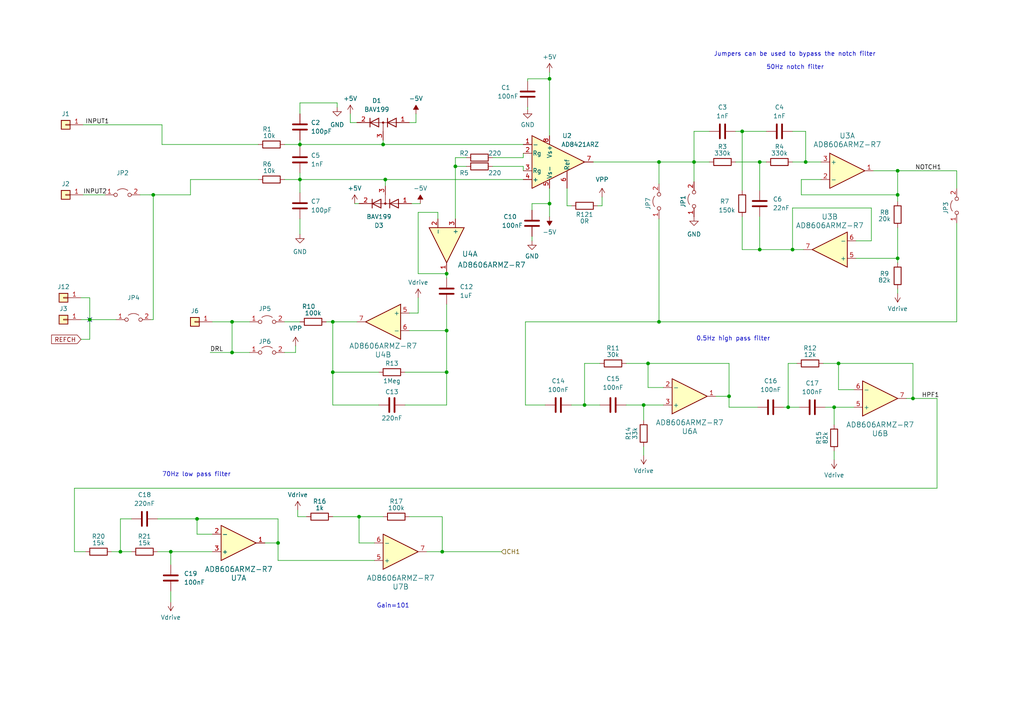
<source format=kicad_sch>
(kicad_sch (version 20231120) (generator "eeschema") (generator_version "8.0")
  (paper "A4")
  (lib_symbols
    (symbol "Amplifier_Instrumentation:AD8421ARZ" (pin_names (offset 0.127))
      (property "Reference" "U" (at 3.556 7.366 0))
      (property "Value" "AD8421ARZ" (at 7.366 5.334 0))
      (symbol "AD8421ARZ_0_1"
        (polyline (pts (xy -5.08 7.62) (xy -5.08 -7.62) (xy 10.16 0) (xy -5.08 7.62)) (stroke (width 0.254)) (fill (type background)))
      )
      (symbol "AD8421ARZ_1_1"
        (pin input line (at -7.62 5.08 0) (length 2.54) (name "-") (number "1"))
        (pin passive line (at -7.62 2.54 0) (length 2.54) (name "Rg") (number "2"))
        (pin passive line (at -7.62 -2.54 0) (length 2.54) (name "Rg") (number "3"))
        (pin input line (at -7.62 -5.08 0) (length 2.54) (name "+") (number "4"))
        (pin power_in line (at 0 -7.62 90) (length 2.54) (name "Vs-") (number "5"))
        (pin passive line (at 5.08 -7.62 90) (length 5.08) (name "Ref") (number "6"))
        (pin output line (at 12.7 0 180) (length 2.54) (name "~") (number "7"))
        (pin power_in line (at 0 7.62 270) (length 2.54) (name "Vs+") (number "8"))
      )
    )
    (symbol "Amplifier_Operational:AD8606ARMZ-R7" (pin_names (offset 0.254))
      (property "Reference" "U" (at 3.81 -5.08 0))
      (property "Value" "AD8606ARMZ-R7" (at 12.7 -7.62 0))
      (symbol "AD8606ARMZ-R7_0_1"
        (polyline (pts (xy -2.54 5.08) (xy 7.62 0) (xy -2.54 -5.08) (xy -2.54 5.08)) (stroke (width 0.254)) (fill (type background)))
      )
      (symbol "AD8606ARMZ-R7_0_2"
        (pin unspecified line (at 0 0 0) (length 7.62) (name "OUTA") (number "1"))
        (pin unspecified line (at 0 -2.54 0) (length 7.62) (name "-INA") (number "2"))
        (pin unspecified line (at 0 -5.08 0) (length 7.62) (name "+INA") (number "3"))
        (pin power_in line (at 0 -7.62 0) (length 7.62) (name "V-") (number "4"))
        (pin unspecified line (at 40.64 -7.62 180) (length 7.62) (name "+INB") (number "5"))
        (pin unspecified line (at 40.64 -5.08 180) (length 7.62) (name "-INB") (number "6"))
        (pin unspecified line (at 40.64 -2.54 180) (length 7.62) (name "OUTB") (number "7"))
        (pin power_in line (at 40.64 0 180) (length 7.62) (name "V+") (number "8"))
      )
      (symbol "AD8606ARMZ-R7_1_1"
        (pin output line (at 10.16 0 180) (length 2.54) (name "~") (number "1"))
        (pin input line (at -5.08 -2.54 0) (length 2.54) (name "-") (number "2"))
        (pin input line (at -5.08 2.54 0) (length 2.54) (name "+") (number "3"))
      )
      (symbol "AD8606ARMZ-R7_1_2"
        (pin output line (at 33.02 26.67 180) (length 2.54) (name "~") (number "1"))
        (pin input line (at 17.78 24.13 0) (length 2.54) (name "-") (number "2"))
        (pin input line (at 17.78 29.21 0) (length 2.54) (name "+") (number "3"))
        (pin power_in line (at 22.86 19.05 90) (length 3.81) (name "V-") (number "4"))
        (pin power_in line (at 22.86 34.29 270) (length 3.81) (name "V+") (number "8"))
      )
      (symbol "AD8606ARMZ-R7_2_1"
        (pin input line (at -5.08 2.54 0) (length 2.54) (name "+") (number "5"))
        (pin input line (at -5.08 -2.54 0) (length 2.54) (name "-") (number "6"))
        (pin output line (at 10.16 0 180) (length 2.54) (name "~") (number "7"))
      )
      (symbol "AD8606ARMZ-R7_2_2"
        (pin output line (at 33.02 26.67 180) (length 2.54) (name "~") (number "1"))
        (pin input line (at 17.78 24.13 0) (length 2.54) (name "-") (number "2"))
        (pin input line (at 17.78 29.21 0) (length 2.54) (name "+") (number "3"))
        (pin power_in line (at 22.86 19.05 90) (length 3.81) (name "V-") (number "4"))
        (pin power_in line (at 22.86 34.29 270) (length 3.81) (name "V+") (number "8"))
      )
      (symbol "AD8606ARMZ-R7_3_1"
        (pin power_in line (at 0 -7.62 90) (length 3.81) (name "V-") (number "4"))
        (pin power_in line (at 0 7.62 270) (length 3.81) (name "V+") (number "8"))
      )
      (symbol "AD8606ARMZ-R7_3_2"
        (pin output line (at 33.02 26.67 180) (length 2.54) (name "~") (number "1"))
        (pin input line (at 17.78 24.13 0) (length 2.54) (name "-") (number "2"))
        (pin input line (at 17.78 29.21 0) (length 2.54) (name "+") (number "3"))
        (pin power_in line (at 22.86 19.05 90) (length 3.81) (name "V-") (number "4"))
        (pin power_in line (at 22.86 34.29 270) (length 3.81) (name "V+") (number "8"))
      )
    )
    (symbol "Connector_Generic:Conn_01x01" (pin_names (offset 1.016) hide)
      (property "Reference" "J" (at 0 2.54 0))
      (property "Value" "Conn_01x01" (at 0 -2.54 0))
      (symbol "Conn_01x01_1_1"
        (rectangle (start -1.27 0.127) (end 0 -0.127) (stroke (width 0.1524)))
        (rectangle (start -1.27 1.27) (end 1.27 -1.27) (stroke (width 0.254)) (fill (type background)))
        (pin passive line (at -5.08 0 0) (length 3.81) (name "Pin_1") (number "1"))
      )
    )
    (symbol "Device:C" (pin_numbers hide) (pin_names (offset 0.254))
      (property "Reference" "C" (at 0.635 2.54 0))
      (property "Value" "C" (at 0.635 -2.54 0))
      (symbol "C_0_1"
        (polyline (pts (xy -2.032 -0.762) (xy 2.032 -0.762)) (stroke (width 0.508)))
        (polyline (pts (xy -2.032 0.762) (xy 2.032 0.762)) (stroke (width 0.508)))
      )
      (symbol "C_1_1"
        (pin passive line (at 0 3.81 270) (length 2.794) (name "~") (number "1"))
        (pin passive line (at 0 -3.81 90) (length 2.794) (name "~") (number "2"))
      )
    )
    (symbol "Device:D_Dual_Series_AKC" (pin_names (offset 0.762) hide)
      (property "Reference" "D" (at 1.27 -2.54 0))
      (property "Value" "D_Dual_Series_AKC" (at 0 2.54 0))
      (symbol "D_Dual_Series_AKC_0_1"
        (polyline (pts (xy -3.81 0) (xy 3.81 0)))
        (polyline (pts (xy 0 0) (xy 0 -2.54)))
        (polyline (pts (xy 6.35 0) (xy 7.62 0)))
        (polyline (pts (xy -1.27 -1.27) (xy -1.27 1.27) (xy -1.27 1.27)) (stroke (width 0.254)))
        (polyline (pts (xy 3.81 1.27) (xy 3.81 -1.27) (xy 3.81 -1.27)) (stroke (width 0.254)))
        (polyline (pts (xy -3.81 1.27) (xy -1.27 0) (xy -3.81 -1.27) (xy -3.81 1.27) (xy -3.81 1.27) (xy -3.81 1.27)) (stroke (width 0.254)))
        (polyline (pts (xy 1.27 1.27) (xy 3.81 0) (xy 1.27 -1.27) (xy 1.27 1.27) (xy 1.27 1.27) (xy 1.27 1.27)) (stroke (width 0.254)))
        (circle (center 0 0) (radius 0.254) (fill (type outline)))
        (pin passive line (at -7.62 0 0) (length 3.81) (name "A") (number "1"))
        (pin passive line (at 7.62 0 180) (length 3.81) (name "K") (number "2"))
        (pin passive line (at 0 -5.08 90) (length 2.54) (name "common") (number "3"))
      )
    )
    (symbol "Device:R" (pin_numbers hide) (pin_names (offset 0))
      (property "Reference" "R" (at 2.032 0 90))
      (property "Value" "R" (at 0 0 90))
      (symbol "R_0_1"
        (rectangle (start -1.016 -2.54) (end 1.016 2.54) (stroke (width 0.254)))
      )
      (symbol "R_1_1"
        (pin passive line (at 0 3.81 270) (length 1.27) (name "~") (number "1"))
        (pin passive line (at 0 -3.81 90) (length 1.27) (name "~") (number "2"))
      )
    )
    (symbol "Jumper:Jumper_2_Open" (pin_names (offset 0) hide)
      (property "Reference" "JP" (at 0 2.794 0))
      (property "Value" "Jumper_2_Open" (at 0 -2.286 0))
      (symbol "Jumper_2_Open_0_0"
        (circle (center -2.032 0) (radius 0.508))
        (circle (center 2.032 0) (radius 0.508))
      )
      (symbol "Jumper_2_Open_0_1"
        (arc (start 1.524 1.27) (mid 0 1.778) (end -1.524 1.27))
      )
      (symbol "Jumper_2_Open_1_1"
        (pin passive line (at -5.08 0 0) (length 2.54) (name "A") (number "1"))
        (pin passive line (at 5.08 0 180) (length 2.54) (name "B") (number "2"))
      )
    )
    (symbol "power:+5V" (power) (pin_names (offset 0))
      (property "Value" "+5V" (at 0 3.556 0))
      (symbol "+5V_0_1"
        (polyline (pts (xy -0.762 1.27) (xy 0 2.54)))
        (polyline (pts (xy 0 0) (xy 0 2.54)))
        (polyline (pts (xy 0 2.54) (xy 0.762 1.27)))
      )
      (symbol "+5V_1_1"
        (pin power_in line (at 0 0 90) (length 0) hide (name "+5V") (number "1"))
      )
    )
    (symbol "power:-5V" (power) (pin_names (offset 0))
      (property "Value" "-5V" (at 0 3.81 0))
      (symbol "-5V_0_0"
        (pin power_in line (at 0 0 90) (length 0) hide (name "-5V") (number "1"))
      )
      (symbol "-5V_0_1"
        (polyline (pts (xy 0 0) (xy 0 1.27) (xy 0.762 1.27) (xy 0 2.54) (xy -0.762 1.27) (xy 0 1.27)) (fill (type outline)))
      )
    )
    (symbol "power:GND" (power) (pin_names (offset 0))
      (property "Value" "GND" (at 0 -3.81 0))
      (symbol "GND_0_1"
        (polyline (pts (xy 0 0) (xy 0 -1.27) (xy 1.27 -1.27) (xy 0 -2.54) (xy -1.27 -1.27) (xy 0 -1.27)))
      )
      (symbol "GND_1_1"
        (pin power_in line (at 0 0 270) (length 0) hide (name "GND") (number "1"))
      )
    )
    (symbol "power:VPP" (power) (pin_names (offset 0))
      (property "Value" "VPP" (at 0 3.81 0))
      (symbol "VPP_0_1"
        (polyline (pts (xy -0.762 1.27) (xy 0 2.54)))
        (polyline (pts (xy 0 0) (xy 0 2.54)))
        (polyline (pts (xy 0 2.54) (xy 0.762 1.27)))
      )
      (symbol "VPP_1_1"
        (pin power_in line (at 0 0 90) (length 0) hide (name "VPP") (number "1"))
      )
    )
    (symbol "power:Vdrive" (power) (pin_names (offset 0))
      (property "Value" "Vdrive" (at 0 3.81 0))
      (symbol "Vdrive_0_1"
        (polyline (pts (xy -0.762 1.27) (xy 0 2.54)))
        (polyline (pts (xy 0 0) (xy 0 2.54)))
        (polyline (pts (xy 0 2.54) (xy 0.762 1.27)))
      )
      (symbol "Vdrive_1_1"
        (pin power_in line (at 0 0 90) (length 0) hide (name "Vdrive") (number "1"))
      )
    )
  )
  (junction (at 260.35 74.93))
  (junction (at 86.995 41.91))
  (junction (at 228.6 118.11))
  (junction (at 159.385 59.055))
  (junction (at 186.69 117.475))
  (junction (at 243.205 105.41))
  (junction (at 96.52 107.95))
  (junction (at 220.345 46.99))
  (junction (at 111.125 41.91))
  (junction (at 191.135 46.99))
  (junction (at 128.27 160.02))
  (junction (at 241.935 118.11))
  (junction (at 233.68 46.99))
  (junction (at 201.295 46.99))
  (junction (at 80.645 157.48))
  (junction (at 187.96 105.41))
  (junction (at 211.455 114.935))
  (junction (at 169.545 117.475))
  (junction (at 67.31 93.345))
  (junction (at 96.52 93.345))
  (junction (at 260.35 56.515))
  (junction (at 129.54 95.885))
  (junction (at 129.54 79.375))
  (junction (at 129.54 107.95))
  (junction (at 104.14 149.86))
  (junction (at 215.265 38.1))
  (junction (at 67.31 102.235))
  (junction (at 159.385 22.86))
  (junction (at 26.035 92.71))
  (junction (at 264.795 115.57))
  (junction (at 260.35 49.53))
  (junction (at 44.45 56.515))
  (junction (at 86.995 52.07))
  (junction (at 220.345 72.39))
  (junction (at 34.925 160.02))
  (junction (at 111.76 52.07))
  (junction (at 229.87 72.39))
  (junction (at 132.08 48.26))
  (junction (at 191.135 93.345))
  (junction (at 57.15 150.495))
  (junction (at 49.53 160.02))
  (no_connect (at 26.035 92.71))
  (wire (pts (xy 159.385 20.955) (xy 159.385 22.86)))
  (wire (pts (xy 159.385 59.055) (xy 159.385 62.865)))
  (wire (pts (xy 129.54 79.375) (xy 129.54 78.74)))
  (wire (pts (xy 117.475 117.475) (xy 129.54 117.475)))
  (wire (pts (xy 191.135 46.99) (xy 191.135 53.34)))
  (wire (pts (xy 96.52 149.86) (xy 104.14 149.86)))
  (wire (pts (xy 215.265 38.1) (xy 215.265 55.245)))
  (wire (pts (xy 82.55 93.345) (xy 86.995 93.345)))
  (wire (pts (xy 135.255 48.26) (xy 132.08 48.26)))
  (wire (pts (xy 102.87 59.055) (xy 104.14 59.055)))
  (wire (pts (xy 111.125 40.64) (xy 111.125 41.91)))
  (wire (pts (xy 57.15 154.94) (xy 57.15 150.495)))
  (wire (pts (xy 86.995 52.07) (xy 86.995 55.88)))
  (wire (pts (xy 220.345 62.865) (xy 220.345 72.39)))
  (wire (pts (xy 186.69 132.08) (xy 186.69 129.54)))
  (wire (pts (xy 260.35 56.515) (xy 260.35 49.53)))
  (wire (pts (xy 169.545 105.41) (xy 169.545 117.475)))
  (wire (pts (xy 153.035 22.86) (xy 159.385 22.86)))
  (wire (pts (xy 211.455 114.935) (xy 207.645 114.935)))
  (wire (pts (xy 232.41 56.515) (xy 260.35 56.515)))
  (wire (pts (xy 21.59 141.605) (xy 21.59 160.02)))
  (wire (pts (xy 49.53 174.625) (xy 49.53 171.45)))
  (wire (pts (xy 173.99 105.41) (xy 169.545 105.41)))
  (wire (pts (xy 94.615 93.345) (xy 96.52 93.345)))
  (wire (pts (xy 248.285 74.93) (xy 260.35 74.93)))
  (wire (pts (xy 45.72 150.495) (xy 57.15 150.495)))
  (wire (pts (xy 34.925 160.02) (xy 38.1 160.02)))
  (wire (pts (xy 24.13 56.515) (xy 30.48 56.515)))
  (wire (pts (xy 86.995 52.07) (xy 111.76 52.07)))
  (wire (pts (xy 97.79 29.845) (xy 97.79 31.115)))
  (wire (pts (xy 45.72 160.02) (xy 49.53 160.02)))
  (wire (pts (xy 264.795 105.41) (xy 243.205 105.41)))
  (wire (pts (xy 164.465 54.61) (xy 164.465 59.69)))
  (wire (pts (xy 26.035 86.36) (xy 26.035 92.71)))
  (wire (pts (xy 238.76 105.41) (xy 243.205 105.41)))
  (wire (pts (xy 118.745 90.805) (xy 121.285 90.805)))
  (wire (pts (xy 127 63.5) (xy 127 61.595)))
  (wire (pts (xy 142.875 48.26) (xy 151.765 48.26)))
  (wire (pts (xy 213.36 38.1) (xy 215.265 38.1)))
  (wire (pts (xy 121.285 79.375) (xy 129.54 79.375)))
  (wire (pts (xy 101.6 35.56) (xy 103.505 35.56)))
  (wire (pts (xy 211.455 118.11) (xy 219.71 118.11)))
  (wire (pts (xy 152.4 93.345) (xy 152.4 117.475)))
  (wire (pts (xy 86.995 50.165) (xy 86.995 52.07)))
  (wire (pts (xy 111.76 52.07) (xy 151.765 52.07)))
  (wire (pts (xy 80.645 162.56) (xy 80.645 157.48)))
  (wire (pts (xy 229.87 46.99) (xy 233.68 46.99)))
  (wire (pts (xy 80.645 162.56) (xy 108.585 162.56)))
  (wire (pts (xy 85.725 102.235) (xy 82.55 102.235)))
  (wire (pts (xy 220.345 72.39) (xy 229.87 72.39)))
  (wire (pts (xy 231.14 105.41) (xy 228.6 105.41)))
  (wire (pts (xy 233.68 46.99) (xy 238.125 46.99)))
  (wire (pts (xy 57.15 150.495) (xy 80.645 150.495)))
  (wire (pts (xy 241.935 133.35) (xy 241.935 130.81)))
  (wire (pts (xy 129.54 79.375) (xy 129.54 80.645)))
  (wire (pts (xy 262.89 115.57) (xy 264.795 115.57)))
  (wire (pts (xy 229.87 72.39) (xy 233.045 72.39)))
  (wire (pts (xy 213.36 46.99) (xy 220.345 46.99)))
  (wire (pts (xy 153.035 31.115) (xy 153.035 31.75)))
  (wire (pts (xy 109.855 117.475) (xy 96.52 117.475)))
  (wire (pts (xy 129.54 107.95) (xy 129.54 117.475)))
  (wire (pts (xy 159.385 22.86) (xy 159.385 39.37)))
  (wire (pts (xy 154.305 59.055) (xy 159.385 59.055)))
  (wire (pts (xy 260.35 66.04) (xy 260.35 74.93)))
  (wire (pts (xy 187.96 112.395) (xy 192.405 112.395)))
  (wire (pts (xy 121.92 59.055) (xy 119.38 59.055)))
  (wire (pts (xy 121.285 86.36) (xy 121.285 90.805)))
  (wire (pts (xy 165.735 117.475) (xy 169.545 117.475)))
  (wire (pts (xy 264.795 115.57) (xy 271.78 115.57)))
  (wire (pts (xy 86.995 40.64) (xy 86.995 41.91)))
  (wire (pts (xy 205.74 38.1) (xy 201.295 38.1)))
  (wire (pts (xy 232.41 52.07) (xy 232.41 56.515)))
  (wire (pts (xy 186.69 117.475) (xy 192.405 117.475)))
  (wire (pts (xy 46.99 41.91) (xy 46.99 36.195)))
  (wire (pts (xy 154.305 69.85) (xy 154.305 68.58)))
  (wire (pts (xy 239.395 118.11) (xy 241.935 118.11)))
  (wire (pts (xy 24.13 36.195) (xy 46.99 36.195)))
  (wire (pts (xy 60.96 102.235) (xy 67.31 102.235)))
  (wire (pts (xy 86.995 63.5) (xy 86.995 67.945)))
  (wire (pts (xy 241.935 118.11) (xy 247.65 118.11)))
  (wire (pts (xy 61.595 154.94) (xy 57.15 154.94)))
  (wire (pts (xy 186.69 117.475) (xy 186.69 121.92)))
  (wire (pts (xy 96.52 107.95) (xy 96.52 117.475)))
  (wire (pts (xy 103.505 93.345) (xy 96.52 93.345)))
  (wire (pts (xy 238.125 52.07) (xy 232.41 52.07)))
  (wire (pts (xy 38.1 150.495) (xy 34.925 150.495)))
  (wire (pts (xy 243.205 105.41) (xy 243.205 113.03)))
  (wire (pts (xy 187.96 105.41) (xy 211.455 105.41)))
  (wire (pts (xy 228.6 105.41) (xy 228.6 118.11)))
  (wire (pts (xy 153.035 23.495) (xy 153.035 22.86)))
  (wire (pts (xy 67.31 93.345) (xy 67.31 102.235)))
  (wire (pts (xy 233.68 38.1) (xy 233.68 46.99)))
  (wire (pts (xy 151.765 44.45) (xy 151.765 45.72)))
  (wire (pts (xy 44.45 92.71) (xy 44.45 56.515)))
  (wire (pts (xy 120.65 35.56) (xy 118.745 35.56)))
  (wire (pts (xy 181.61 105.41) (xy 187.96 105.41)))
  (wire (pts (xy 227.33 118.11) (xy 228.6 118.11)))
  (wire (pts (xy 159.385 54.61) (xy 159.385 59.055)))
  (wire (pts (xy 26.035 92.71) (xy 33.655 92.71)))
  (wire (pts (xy 96.52 107.95) (xy 109.855 107.95)))
  (wire (pts (xy 260.35 74.93) (xy 260.35 76.2)))
  (wire (pts (xy 132.08 45.72) (xy 135.255 45.72)))
  (wire (pts (xy 174.625 57.15) (xy 174.625 59.69)))
  (wire (pts (xy 129.54 95.885) (xy 129.54 107.95)))
  (wire (pts (xy 111.76 52.07) (xy 111.76 53.975)))
  (wire (pts (xy 253.365 49.53) (xy 260.35 49.53)))
  (wire (pts (xy 32.385 160.02) (xy 34.925 160.02)))
  (wire (pts (xy 169.545 117.475) (xy 173.99 117.475)))
  (wire (pts (xy 228.6 118.11) (xy 231.775 118.11)))
  (wire (pts (xy 260.35 85.09) (xy 260.35 83.82)))
  (wire (pts (xy 23.495 92.71) (xy 26.035 92.71)))
  (wire (pts (xy 220.345 46.99) (xy 222.25 46.99)))
  (wire (pts (xy 154.305 60.96) (xy 154.305 59.055)))
  (wire (pts (xy 72.39 93.345) (xy 67.31 93.345)))
  (wire (pts (xy 271.78 115.57) (xy 271.78 141.605)))
  (wire (pts (xy 211.455 118.11) (xy 211.455 114.935)))
  (wire (pts (xy 111.125 149.86) (xy 104.14 149.86)))
  (wire (pts (xy 215.265 72.39) (xy 220.345 72.39)))
  (wire (pts (xy 96.52 93.345) (xy 96.52 107.95)))
  (wire (pts (xy 49.53 160.02) (xy 49.53 163.83)))
  (wire (pts (xy 80.645 157.48) (xy 76.835 157.48)))
  (wire (pts (xy 80.645 150.495) (xy 80.645 157.48)))
  (wire (pts (xy 104.14 157.48) (xy 108.585 157.48)))
  (wire (pts (xy 201.295 38.1) (xy 201.295 46.99)))
  (wire (pts (xy 74.93 41.91) (xy 46.99 41.91)))
  (wire (pts (xy 128.27 149.86) (xy 118.745 149.86)))
  (wire (pts (xy 44.45 56.515) (xy 55.245 56.515)))
  (wire (pts (xy 72.39 102.235) (xy 67.31 102.235)))
  (wire (pts (xy 132.08 45.72) (xy 132.08 48.26)))
  (wire (pts (xy 118.745 95.885) (xy 129.54 95.885)))
  (wire (pts (xy 82.55 41.91) (xy 86.995 41.91)))
  (wire (pts (xy 40.64 56.515) (xy 44.45 56.515)))
  (wire (pts (xy 152.4 117.475) (xy 158.115 117.475)))
  (wire (pts (xy 277.495 64.77) (xy 277.495 93.345)))
  (wire (pts (xy 88.9 149.86) (xy 86.36 149.86)))
  (wire (pts (xy 26.035 98.425) (xy 26.035 92.71)))
  (wire (pts (xy 34.925 150.495) (xy 34.925 160.02)))
  (wire (pts (xy 82.55 52.07) (xy 86.995 52.07)))
  (wire (pts (xy 187.96 105.41) (xy 187.96 112.395)))
  (wire (pts (xy 215.265 38.1) (xy 222.25 38.1)))
  (wire (pts (xy 127 61.595) (xy 121.285 61.595)))
  (wire (pts (xy 120.65 33.02) (xy 120.65 35.56)))
  (wire (pts (xy 104.14 149.86) (xy 104.14 157.48)))
  (wire (pts (xy 229.87 38.1) (xy 233.68 38.1)))
  (wire (pts (xy 117.475 107.95) (xy 129.54 107.95)))
  (wire (pts (xy 111.125 41.91) (xy 151.765 41.91)))
  (wire (pts (xy 101.6 33.02) (xy 101.6 35.56)))
  (wire (pts (xy 260.35 58.42) (xy 260.35 56.515)))
  (wire (pts (xy 142.875 45.72) (xy 151.765 45.72)))
  (wire (pts (xy 151.765 49.53) (xy 151.765 48.26)))
  (wire (pts (xy 23.495 98.425) (xy 26.035 98.425)))
  (wire (pts (xy 277.495 49.53) (xy 277.495 54.61)))
  (wire (pts (xy 49.53 160.02) (xy 61.595 160.02)))
  (wire (pts (xy 86.995 29.845) (xy 97.79 29.845)))
  (wire (pts (xy 191.135 46.99) (xy 201.295 46.99)))
  (wire (pts (xy 21.59 160.02) (xy 24.765 160.02)))
  (wire (pts (xy 201.295 46.99) (xy 205.74 46.99)))
  (wire (pts (xy 252.73 69.85) (xy 252.73 60.325)))
  (wire (pts (xy 260.35 49.53) (xy 277.495 49.53)))
  (wire (pts (xy 86.995 33.02) (xy 86.995 29.845)))
  (wire (pts (xy 128.27 149.86) (xy 128.27 160.02)))
  (wire (pts (xy 123.825 160.02) (xy 128.27 160.02)))
  (wire (pts (xy 181.61 117.475) (xy 186.69 117.475)))
  (wire (pts (xy 241.935 118.11) (xy 241.935 123.19)))
  (wire (pts (xy 86.995 41.91) (xy 111.125 41.91)))
  (wire (pts (xy 215.265 62.865) (xy 215.265 72.39)))
  (wire (pts (xy 128.27 160.02) (xy 145.415 160.02)))
  (wire (pts (xy 43.815 92.71) (xy 44.45 92.71)))
  (wire (pts (xy 55.245 52.07) (xy 55.245 56.515)))
  (wire (pts (xy 121.285 61.595) (xy 121.285 79.375)))
  (wire (pts (xy 129.54 88.265) (xy 129.54 95.885)))
  (wire (pts (xy 55.245 52.07) (xy 74.93 52.07)))
  (wire (pts (xy 201.295 46.99) (xy 201.295 52.705)))
  (wire (pts (xy 23.495 86.36) (xy 26.035 86.36)))
  (wire (pts (xy 86.995 41.91) (xy 86.995 42.545)))
  (wire (pts (xy 252.73 60.325) (xy 229.87 60.325)))
  (wire (pts (xy 85.725 100.33) (xy 85.725 102.235)))
  (wire (pts (xy 61.595 93.345) (xy 67.31 93.345)))
  (wire (pts (xy 229.87 60.325) (xy 229.87 72.39)))
  (wire (pts (xy 191.135 63.5) (xy 191.135 93.345)))
  (wire (pts (xy 211.455 105.41) (xy 211.455 114.935)))
  (wire (pts (xy 243.205 113.03) (xy 247.65 113.03)))
  (wire (pts (xy 220.345 46.99) (xy 220.345 55.245)))
  (wire (pts (xy 165.735 59.69) (xy 164.465 59.69)))
  (wire (pts (xy 86.36 149.86) (xy 86.36 147.955)))
  (wire (pts (xy 191.135 93.345) (xy 277.495 93.345)))
  (wire (pts (xy 172.085 46.99) (xy 191.135 46.99)))
  (wire (pts (xy 173.355 59.69) (xy 174.625 59.69)))
  (wire (pts (xy 132.08 48.26) (xy 132.08 63.5)))
  (wire (pts (xy 152.4 93.345) (xy 191.135 93.345)))
  (wire (pts (xy 248.285 69.85) (xy 252.73 69.85)))
  (wire (pts (xy 271.78 141.605) (xy 21.59 141.605)))
  (wire (pts (xy 264.795 115.57) (xy 264.795 105.41)))
  (text "70Hz low pass filter" (at 46.99 138.43 0) (effects (font (size 1.27 1.27)) (justify left bottom)))
  (text "Gain=101" (at 109.22 176.53 0) (effects (font (size 1.27 1.27)) (justify left bottom)))
  (text "50Hz notch filter\n" (at 222.25 20.32 0) (effects (font (size 1.27 1.27)) (justify left bottom)))
  (text "Jumpers can be used to bypass the notch filter\n" (at 207.01 16.51 0) (effects (font (size 1.27 1.27)) (justify left bottom)))
  (text "0.5Hz high pass filter\n" (at 201.93 99.06 0) (effects (font (size 1.27 1.27)) (justify left bottom)))
  (label "NOTCH1" (at 265.43 49.53 0))
  (label "DRL" (at 60.96 102.235 0))
  (label "HPF1" (at 267.335 115.57 0))
  (label "INPUT2" (at 24.13 56.515 0))
  (label "INPUT1" (at 24.765 36.195 0))
  (global_label "REFCH" (shape input) (at 23.495 98.425 180) (property "Intersheetrefs" "${INTERSHEET_REFS}" (effects (hide yes))))
  (hierarchical_label "CH1" (shape input) (at 145.415 160.02 0))
  (symbol (lib_id "Device:R") (at 139.065 45.72 90) (unit 1)
    (property "Reference" "R2" (at 134.62 44.45 90))
    (property "Value" "220" (at 143.51 44.45 90))
    (property "Footprint" "Resistor_SMD:R_0603_1608Metric_Pad0.98x0.95mm_HandSolder" (effects (hide yes)))
    (property "JLCPCB Price" "0.0009" (effects (hide yes)))
    (property "JLCPCB Type" "Basic" (effects (hide yes)))
    (property "LCSC Part #" "C22962" (effects (hide yes)))
  )
  (symbol (lib_id "power:+5V") (at 102.87 59.055 0) (unit 1)
    (property "Reference" "#PWR011" (effects (hide yes)))
    (property "Value" "+5V" (at 102.87 54.61 0))
  )
  (symbol (lib_id "Amplifier_Operational:AD8606ARMZ-R7") (at 66.675 157.48 0) (mirror x) (unit 1)
    (property "Reference" "U7" (at 69.215 167.64 0) (effects (font (size 1.524 1.524))))
    (property "Value" "AD8606ARMZ-R7" (at 69.215 165.1 0) (effects (font (size 1.524 1.524))))
    (property "Footprint" "Package_SO:AD8606ARMZ" (effects (hide yes)))
    (property "Datasheet" "AD8606ARMZ-R7" (effects (hide yes)))
    (property "JLCPCB Price" "2.172" (effects (hide yes)))
    (property "JLCPCB Type" "Extended" (effects (hide yes)))
    (property "LCSC Part #" "C408833" (effects (hide yes)))
  )
  (symbol (lib_id "Jumper:Jumper_2_Open") (at 77.47 93.345 0) (unit 1)
    (property "Reference" "JP5" (at 76.835 89.535 0))
    (property "Value" "Jumper_2_Open" (effects (hide yes)))
    (property "Footprint" "Connector_PinHeader_2.54mm:PinHeader_1x02_P2.54mm_Vertical" (effects (hide yes)))
    (property "JLCPCB Price" "-" (effects (hide yes)))
    (property "JLCPCB Type" "-" (effects (hide yes)))
    (property "LCSC Part #" "-" (effects (hide yes)))
  )
  (symbol (lib_id "power:GND") (at 153.035 31.75 0) (unit 1)
    (property "Reference" "#PWR04" (effects (hide yes)))
    (property "Value" "GND" (at 153.035 36.195 0))
  )
  (symbol (lib_id "Device:C") (at 113.665 117.475 270) (mirror x) (unit 1)
    (property "Reference" "C13" (at 113.665 113.665 90))
    (property "Value" "220nF" (at 113.665 121.285 90))
    (property "Footprint" "Capacitor_SMD:C_0603_1608Metric_Pad1.08x0.95mm_HandSolder" (effects (hide yes)))
    (property "JLCPCB Price" "0.0053" (effects (hide yes)))
    (property "JLCPCB Type" "Basic" (effects (hide yes)))
    (property "LCSC Part #" "C21120" (effects (hide yes)))
  )
  (symbol (lib_id "power:GND") (at 154.305 69.85 0) (unit 1)
    (property "Reference" "#PWR019" (effects (hide yes)))
    (property "Value" "GND" (at 154.305 74.295 0))
  )
  (symbol (lib_id "Device:C") (at 86.995 46.355 0) (unit 1)
    (property "Reference" "C5" (at 90.17 45.085 0) (effects (justify left)))
    (property "Value" "1nF" (at 90.17 47.625 0) (effects (justify left)))
    (property "Footprint" "Capacitor_SMD:C_0603_1608Metric_Pad1.08x0.95mm_HandSolder" (effects (hide yes)))
    (property "JLCPCB Price" "0.004" (effects (hide yes)))
    (property "JLCPCB Type" "-" (effects (hide yes)))
    (property "LCSC Part #" "C106246" (effects (hide yes)))
  )
  (symbol (lib_id "Connector_Generic:Conn_01x01") (at 56.515 93.345 180) (unit 1)
    (property "Reference" "J6" (at 56.515 90.17 0))
    (property "Value" "Conn_01x01" (effects (hide yes)))
    (property "Footprint" "Connector_PinHeader_2.54mm:PinHeader_1x01_P2.54mm_Vertical" (effects (hide yes)))
    (property "JLCPCB Price" "-" (effects (hide yes)))
    (property "JLCPCB Type" "-" (effects (hide yes)))
    (property "LCSC Part #" "-" (effects (hide yes)))
  )
  (symbol (lib_id "Jumper:Jumper_2_Open") (at 38.735 92.71 0) (unit 1)
    (property "Reference" "JP4" (at 38.735 86.36 0))
    (property "Value" "Jumper_2_Open" (effects (hide yes)))
    (property "Footprint" "Connector_PinHeader_2.54mm:PinHeader_1x02_P2.54mm_Vertical" (effects (hide yes)))
    (property "JLCPCB Price" "-" (effects (hide yes)))
    (property "JLCPCB Type" "-" (effects (hide yes)))
    (property "LCSC Part #" "-" (effects (hide yes)))
  )
  (symbol (lib_id "Device:R") (at 113.665 107.95 90) (unit 1)
    (property "Reference" "R13" (at 113.665 105.41 90))
    (property "Value" "1Meg" (at 113.665 110.49 90))
    (property "Footprint" "Resistor_SMD:R_0603_1608Metric_Pad0.98x0.95mm_HandSolder" (effects (hide yes)))
    (property "JLCPCB Price" "0.0009" (effects (hide yes)))
    (property "JLCPCB Type" "Basic" (effects (hide yes)))
    (property "LCSC Part #" "C22935" (effects (hide yes)))
  )
  (symbol (lib_id "Device:C") (at 223.52 118.11 270) (unit 1)
    (property "Reference" "C16" (at 223.52 110.49 90))
    (property "Value" "100nF" (at 223.52 113.03 90))
    (property "Footprint" "Capacitor_SMD:C_1206_3216Metric" (effects (hide yes)))
    (property "JLCPCB Price" "0.104" (effects (hide yes)))
    (property "JLCPCB Type" "-" (effects (hide yes)))
    (property "LCSC Part #" "C97946" (effects (hide yes)))
  )
  (symbol (lib_id "Amplifier_Operational:AD8606ARMZ-R7") (at 113.665 93.345 0) (mirror y) (unit 2)
    (property "Reference" "U4" (at 111.125 102.87 0) (effects (font (size 1.524 1.524))))
    (property "Value" "AD8606ARMZ-R7" (at 111.125 100.33 0) (effects (font (size 1.524 1.524))))
    (property "Footprint" "Package_SO:AD8606ARMZ" (effects (hide yes)))
    (property "Datasheet" "AD8606ARMZ-R7" (effects (hide yes)))
    (property "JLCPCB Price" "2.172" (effects (hide yes)))
    (property "JLCPCB Type" "Extended" (effects (hide yes)))
    (property "LCSC Part #" "C408833" (effects (hide yes)))
  )
  (symbol (lib_id "Amplifier_Operational:AD8606ARMZ-R7") (at 252.73 115.57 0) (mirror x) (unit 2)
    (property "Reference" "U6" (at 255.27 125.73 0) (effects (font (size 1.524 1.524))))
    (property "Value" "AD8606ARMZ-R7" (at 255.27 123.19 0) (effects (font (size 1.524 1.524))))
    (property "Footprint" "Package_SO:AD8606ARMZ" (effects (hide yes)))
    (property "Datasheet" "AD8606ARMZ-R7" (effects (hide yes)))
    (property "JLCPCB Price" "2.172" (effects (hide yes)))
    (property "JLCPCB Type" "Extended" (effects (hide yes)))
    (property "LCSC Part #" "C408833" (effects (hide yes)))
  )
  (symbol (lib_id "Amplifier_Operational:AD8606ARMZ-R7") (at 243.205 49.53 0) (unit 1)
    (property "Reference" "U3" (at 245.745 39.37 0) (effects (font (size 1.524 1.524))))
    (property "Value" "AD8606ARMZ-R7" (at 245.745 41.91 0) (effects (font (size 1.524 1.524))))
    (property "Footprint" "Package_SO:AD8606ARMZ" (effects (hide yes)))
    (property "Datasheet" "AD8606ARMZ-R7" (effects (hide yes)))
    (property "JLCPCB Price" "2.172" (effects (hide yes)))
    (property "JLCPCB Type" "Extended" (effects (hide yes)))
    (property "LCSC Part #" "C408833" (effects (hide yes)))
  )
  (symbol (lib_id "Device:D_Dual_Series_AKC") (at 111.125 35.56 0) (mirror y) (unit 1)
    (property "Reference" "D1" (at 109.2835 29.21 0))
    (property "Value" "BAV199" (at 109.2835 31.75 0))
    (property "Footprint" "Package_TO_SOT_SMD:SOT-23" (effects (hide yes)))
    (property "JLCPCB Price" "0.0357" (effects (hide yes)))
    (property "JLCPCB Type" "Extended" (effects (hide yes)))
    (property "LCSC Part #" "C40919" (effects (hide yes)))
  )
  (symbol (lib_id "Connector_Generic:Conn_01x01") (at 18.415 86.36 180) (unit 1)
    (property "Reference" "J12" (at 18.415 83.185 0))
    (property "Value" "Conn_01x01" (effects (hide yes)))
    (property "Footprint" "Connector_PinHeader_2.54mm:PinHeader_1x01_P2.54mm_Vertical" (effects (hide yes)))
    (property "JLCPCB Price" "-" (effects (hide yes)))
    (property "JLCPCB Type" "-" (effects (hide yes)))
    (property "LCSC Part #" "-" (effects (hide yes)))
  )
  (symbol (lib_id "Amplifier_Operational:AD8606ARMZ-R7") (at 113.665 160.02 0) (mirror x) (unit 2)
    (property "Reference" "U7" (at 116.205 170.18 0) (effects (font (size 1.524 1.524))))
    (property "Value" "AD8606ARMZ-R7" (at 116.205 167.64 0) (effects (font (size 1.524 1.524))))
    (property "Footprint" "Package_SO:AD8606ARMZ" (effects (hide yes)))
    (property "Datasheet" "AD8606ARMZ-R7" (effects (hide yes)))
    (property "JLCPCB Price" "2.172" (effects (hide yes)))
    (property "JLCPCB Type" "Extended" (effects (hide yes)))
    (property "LCSC Part #" "C408833" (effects (hide yes)))
  )
  (symbol (lib_id "Device:R") (at 78.74 52.07 90) (unit 1)
    (property "Reference" "R6" (at 77.47 47.625 90))
    (property "Value" "10k" (at 78.105 49.53 90))
    (property "Footprint" "Resistor_SMD:R_0603_1608Metric_Pad0.98x0.95mm_HandSolder" (effects (hide yes)))
    (property "JLCPCB Price" "0.0009" (effects (hide yes)))
    (property "JLCPCB Type" "Basic" (effects (hide yes)))
    (property "LCSC Part #" "C25804" (effects (hide yes)))
  )
  (symbol (lib_id "Device:R") (at 78.74 41.91 90) (unit 1)
    (property "Reference" "R1" (at 77.47 37.465 90))
    (property "Value" "10k" (at 78.105 39.37 90))
    (property "Footprint" "Resistor_SMD:R_0603_1608Metric_Pad0.98x0.95mm_HandSolder" (effects (hide yes)))
    (property "JLCPCB Price" "0.0009" (effects (hide yes)))
    (property "JLCPCB Type" "Basic" (effects (hide yes)))
    (property "LCSC Part #" "C25804" (effects (hide yes)))
  )
  (symbol (lib_id "Device:D_Dual_Series_AKC") (at 111.76 59.055 180) (unit 1)
    (property "Reference" "D3" (at 109.9185 65.405 0))
    (property "Value" "BAV199" (at 109.9185 62.865 0))
    (property "Footprint" "Package_TO_SOT_SMD:SOT-23" (effects (hide yes)))
    (property "JLCPCB Price" "0.0357" (effects (hide yes)))
    (property "JLCPCB Type" "Extended" (effects (hide yes)))
    (property "LCSC Part #" "C40919" (effects (hide yes)))
  )
  (symbol (lib_id "Device:R") (at 241.935 127 0) (unit 1)
    (property "Reference" "R15" (at 237.49 127 90))
    (property "Value" "82k" (at 239.395 127 90))
    (property "Footprint" "Resistor_SMD:R_0603_1608Metric_Pad0.98x0.95mm_HandSolder" (effects (hide yes)))
    (property "JLCPCB Price" "0.0009" (effects (hide yes)))
    (property "JLCPCB Type" "Basic" (effects (hide yes)))
    (property "LCSC Part #" "C23254" (effects (hide yes)))
  )
  (symbol (lib_id "Jumper:Jumper_2_Open") (at 201.295 57.785 90) (unit 1)
    (property "Reference" "JP1" (at 198.12 58.42 0))
    (property "Value" "Jumper_2_Open" (effects (hide yes)))
    (property "Footprint" "Connector_PinHeader_2.54mm:PinHeader_1x02_P2.54mm_Vertical" (effects (hide yes)))
    (property "JLCPCB Price" "-" (effects (hide yes)))
    (property "JLCPCB Type" "-" (effects (hide yes)))
    (property "LCSC Part #" "-" (effects (hide yes)))
  )
  (symbol (lib_id "Device:C") (at 86.995 36.83 0) (unit 1)
    (property "Reference" "C2" (at 90.17 35.56 0) (effects (justify left)))
    (property "Value" "100pF" (at 90.17 38.1 0) (effects (justify left)))
    (property "Footprint" "Capacitor_SMD:C_0603_1608Metric_Pad1.08x0.95mm_HandSolder" (effects (hide yes)))
    (property "JLCPCB Price" "0.0026" (effects (hide yes)))
    (property "JLCPCB Type" "Basic" (effects (hide yes)))
    (property "LCSC Part #" "C14858" (effects (hide yes)))
  )
  (symbol (lib_id "Device:R") (at 177.8 105.41 270) (unit 1)
    (property "Reference" "R11" (at 177.8 100.965 90))
    (property "Value" "30k" (at 177.8 102.87 90))
    (property "Footprint" "Resistor_SMD:R_0603_1608Metric_Pad0.98x0.95mm_HandSolder" (effects (hide yes)))
    (property "JLCPCB Price" "0.0009" (effects (hide yes)))
    (property "JLCPCB Type" "Basic" (effects (hide yes)))
    (property "LCSC Part #" "C22984" (effects (hide yes)))
  )
  (symbol (lib_id "power:+5V") (at 159.385 20.955 0) (unit 1)
    (property "Reference" "#PWR01" (effects (hide yes)))
    (property "Value" "+5V" (at 159.385 16.51 0))
  )
  (symbol (lib_id "Device:R") (at 215.265 59.055 0) (unit 1)
    (property "Reference" "R7" (at 210.185 58.42 0))
    (property "Value" "150k" (at 210.82 60.96 0))
    (property "Footprint" "Resistor_SMD:R_0603_1608Metric_Pad0.98x0.95mm_HandSolder" (effects (hide yes)))
    (property "JLCPCB Price" "0.0009" (effects (hide yes)))
    (property "JLCPCB Type" "Basic" (effects (hide yes)))
    (property "LCSC Part #" "C22807" (effects (hide yes)))
  )
  (symbol (lib_id "power:Vdrive") (at 86.36 147.955 0) (unit 1)
    (property "Reference" "#PWR032" (effects (hide yes)))
    (property "Value" "Vdrive" (at 86.36 143.51 0))
  )
  (symbol (lib_id "Amplifier_Instrumentation:AD8421ARZ") (at 159.385 46.99 0) (unit 1)
    (property "Reference" "U2" (at 164.465 39.37 0))
    (property "Value" "AD8421ARZ" (at 168.275 41.91 0))
    (property "Footprint" "Package_SO:SOIC-8_3.9x4.9mm_P1.27mm" (effects (hide yes)))
    (property "Datasheet" "https://www.analog.com/media/en/technical-documentation/data-sheets/AD8421.pdf" (effects (hide yes)))
    (property "JLCPCB Price" "4.8" (effects (hide yes)))
    (property "JLCPCB Type" "Extended" (effects (hide yes)))
    (property "LCSC Part #" "C392903" (effects (hide yes)))
  )
  (symbol (lib_id "Device:R") (at 260.35 80.01 0) (unit 1)
    (property "Reference" "R9" (at 256.54 79.375 0))
    (property "Value" "82k" (at 256.54 81.28 0))
    (property "Footprint" "Resistor_SMD:R_0603_1608Metric_Pad0.98x0.95mm_HandSolder" (effects (hide yes)))
    (property "JLCPCB Price" "0.0009" (effects (hide yes)))
    (property "JLCPCB Type" "Basic" (effects (hide yes)))
    (property "LCSC Part #" "C23254" (effects (hide yes)))
  )
  (symbol (lib_id "power:-5V") (at 159.385 62.865 180) (unit 1)
    (property "Reference" "#PWR013" (effects (hide yes)))
    (property "Value" "-5V" (at 159.385 67.31 0))
  )
  (symbol (lib_id "Device:R") (at 260.35 62.23 0) (unit 1)
    (property "Reference" "R8" (at 256.54 61.595 0))
    (property "Value" "20k" (at 256.54 63.5 0))
    (property "Footprint" "Resistor_SMD:R_0603_1608Metric_Pad0.98x0.95mm_HandSolder" (effects (hide yes)))
    (property "JLCPCB Price" "0.0009" (effects (hide yes)))
    (property "JLCPCB Type" "Basic" (effects (hide yes)))
    (property "LCSC Part #" "C4184" (effects (hide yes)))
  )
  (symbol (lib_id "Device:C") (at 153.035 27.305 180) (unit 1)
    (property "Reference" "C1" (at 146.685 25.4 0))
    (property "Value" "100nF" (at 147.32 27.94 0))
    (property "Footprint" "Capacitor_SMD:C_0603_1608Metric_Pad1.08x0.95mm_HandSolder" (effects (hide yes)))
    (property "JLCPCB Price" "0.0022" (effects (hide yes)))
    (property "JLCPCB Type" "Basic" (effects (hide yes)))
    (property "LCSC Part #" "C14663" (effects (hide yes)))
  )
  (symbol (lib_id "Jumper:Jumper_2_Open") (at 35.56 56.515 0) (unit 1)
    (property "Reference" "JP2" (at 35.56 50.165 0))
    (property "Value" "Jumper_2_Open" (effects (hide yes)))
    (property "Footprint" "Connector_PinHeader_2.54mm:PinHeader_1x02_P2.54mm_Vertical" (effects (hide yes)))
    (property "JLCPCB Price" "-" (effects (hide yes)))
    (property "JLCPCB Type" "-" (effects (hide yes)))
    (property "LCSC Part #" "-" (effects (hide yes)))
  )
  (symbol (lib_id "Amplifier_Operational:AD8606ARMZ-R7") (at 243.205 72.39 180) (unit 2)
    (property "Reference" "U3" (at 240.665 62.865 0) (effects (font (size 1.524 1.524))))
    (property "Value" "AD8606ARMZ-R7" (at 240.665 65.405 0) (effects (font (size 1.524 1.524))))
    (property "Footprint" "Package_SO:AD8606ARMZ" (effects (hide yes)))
    (property "Datasheet" "AD8606ARMZ-R7" (effects (hide yes)))
    (property "JLCPCB Price" "2.172" (effects (hide yes)))
    (property "JLCPCB Type" "Extended" (effects (hide yes)))
    (property "LCSC Part #" "C408833" (effects (hide yes)))
  )
  (symbol (lib_id "Device:C") (at 220.345 59.055 180) (unit 1)
    (property "Reference" "C6" (at 224.155 57.785 0) (effects (justify right)))
    (property "Value" "22nF" (at 224.155 60.325 0) (effects (justify right)))
    (property "Footprint" "Capacitor_SMD:C_0805_2012Metric_Pad1.18x1.45mm_HandSolder" (effects (hide yes)))
    (property "JLCPCB Price" "0.0454" (effects (hide yes)))
    (property "JLCPCB Type" "-" (effects (hide yes)))
    (property "LCSC Part #" "C77069" (effects (hide yes)))
  )
  (symbol (lib_id "power:GND") (at 86.995 67.945 0) (unit 1)
    (property "Reference" "#PWR018" (effects (hide yes)))
    (property "Value" "GND" (at 86.995 73.025 0))
  )
  (symbol (lib_id "Device:C") (at 235.585 118.11 270) (unit 1)
    (property "Reference" "C17" (at 235.585 111.125 90))
    (property "Value" "100nF" (at 235.585 113.665 90))
    (property "Footprint" "Capacitor_SMD:C_1206_3216Metric" (effects (hide yes)))
    (property "JLCPCB Price" "0.104" (effects (hide yes)))
    (property "JLCPCB Type" "-" (effects (hide yes)))
    (property "LCSC Part #" "C97946" (effects (hide yes)))
  )
  (symbol (lib_id "power:Vdrive") (at 186.69 132.08 180) (unit 1)
    (property "Reference" "#PWR030" (effects (hide yes)))
    (property "Value" "Vdrive" (at 186.69 136.525 0))
  )
  (symbol (lib_id "power:Vdrive") (at 121.285 86.36 0) (unit 1)
    (property "Reference" "#PWR026" (effects (hide yes)))
    (property "Value" "Vdrive" (at 121.285 81.915 0))
  )
  (symbol (lib_id "power:Vdrive") (at 241.935 133.35 180) (unit 1)
    (property "Reference" "#PWR031" (effects (hide yes)))
    (property "Value" "Vdrive" (at 241.935 137.795 0))
  )
  (symbol (lib_id "power:VPP") (at 174.625 57.15 0) (unit 1)
    (property "Reference" "#PWR0283" (effects (hide yes)))
    (property "Value" "VPP" (at 174.625 52.07 0))
  )
  (symbol (lib_id "Device:C") (at 86.995 59.69 0) (unit 1)
    (property "Reference" "C7" (at 90.17 58.42 0) (effects (justify left)))
    (property "Value" "100pF" (at 90.17 60.96 0) (effects (justify left)))
    (property "Footprint" "Capacitor_SMD:C_0603_1608Metric_Pad1.08x0.95mm_HandSolder" (effects (hide yes)))
    (property "JLCPCB Price" "0.0026" (effects (hide yes)))
    (property "JLCPCB Type" "Basic" (effects (hide yes)))
    (property "LCSC Part #" "C14858" (effects (hide yes)))
  )
  (symbol (lib_id "Connector_Generic:Conn_01x01") (at 19.05 36.195 180) (unit 1)
    (property "Reference" "J1" (at 19.05 33.02 0))
    (property "Value" "Conn_01x01" (effects (hide yes)))
    (property "Footprint" "Connector_PinHeader_2.54mm:PinHeader_1x01_P2.54mm_Vertical" (effects (hide yes)))
    (property "JLCPCB Price" "-" (effects (hide yes)))
    (property "JLCPCB Type" "-" (effects (hide yes)))
    (property "LCSC Part #" "-" (effects (hide yes)))
  )
  (symbol (lib_id "power:VPP") (at 85.725 100.33 0) (unit 1)
    (property "Reference" "#PWR028" (effects (hide yes)))
    (property "Value" "VPP" (at 85.725 95.25 0))
  )
  (symbol (lib_id "power:Vdrive") (at 260.35 85.09 180) (unit 1)
    (property "Reference" "#PWR025" (effects (hide yes)))
    (property "Value" "Vdrive" (at 260.35 89.535 0))
  )
  (symbol (lib_id "Device:R") (at 90.805 93.345 90) (unit 1)
    (property "Reference" "R10" (at 89.535 88.9 90))
    (property "Value" "100k" (at 90.805 90.805 90))
    (property "Footprint" "Resistor_SMD:R_0603_1608Metric_Pad0.98x0.95mm_HandSolder" (effects (hide yes)))
    (property "JLCPCB Price" "0.0009" (effects (hide yes)))
    (property "JLCPCB Type" "Basic" (effects (hide yes)))
    (property "LCSC Part #" "C25803" (effects (hide yes)))
  )
  (symbol (lib_id "Amplifier_Operational:AD8606ARMZ-R7") (at 129.54 68.58 270) (unit 1)
    (property "Reference" "U4" (at 133.985 73.66 90) (effects (font (size 1.524 1.524)) (justify left)))
    (property "Value" "AD8606ARMZ-R7" (at 132.715 76.835 90) (effects (font (size 1.524 1.524)) (justify left)))
    (property "Footprint" "Package_SO:AD8606ARMZ" (effects (hide yes)))
    (property "Datasheet" "AD8606ARMZ-R7" (effects (hide yes)))
    (property "JLCPCB Price" "2.172" (effects (hide yes)))
    (property "JLCPCB Type" "Extended" (effects (hide yes)))
    (property "LCSC Part #" "C408833" (effects (hide yes)))
  )
  (symbol (lib_id "Device:R") (at 186.69 125.73 0) (unit 1)
    (property "Reference" "R14" (at 182.245 125.73 90))
    (property "Value" "33k" (at 184.15 125.73 90))
    (property "Footprint" "Resistor_SMD:R_0603_1608Metric_Pad0.98x0.95mm_HandSolder" (effects (hide yes)))
    (property "JLCPCB Price" "0.0009" (effects (hide yes)))
    (property "JLCPCB Type" "Basic" (effects (hide yes)))
    (property "LCSC Part #" "C4216" (effects (hide yes)))
  )
  (symbol (lib_id "power:-5V") (at 121.92 59.055 0) (unit 1)
    (property "Reference" "#PWR012" (effects (hide yes)))
    (property "Value" "-5V" (at 121.92 54.61 0))
  )
  (symbol (lib_id "power:Vdrive") (at 49.53 174.625 180) (unit 1)
    (property "Reference" "#PWR034" (effects (hide yes)))
    (property "Value" "Vdrive" (at 49.53 179.07 0))
  )
  (symbol (lib_id "Device:R") (at 226.06 46.99 270) (unit 1)
    (property "Reference" "R4" (at 226.06 42.545 90))
    (property "Value" "330k" (at 226.06 44.45 90))
    (property "Footprint" "Resistor_SMD:R_0603_1608Metric_Pad0.98x0.95mm_HandSolder" (effects (hide yes)))
    (property "JLCPCB Price" "0.0009" (effects (hide yes)))
    (property "JLCPCB Type" "Basic" (effects (hide yes)))
    (property "LCSC Part #" "C23137" (effects (hide yes)))
  )
  (symbol (lib_id "Device:R") (at 234.95 105.41 270) (unit 1)
    (property "Reference" "R12" (at 234.95 100.965 90))
    (property "Value" "12k" (at 234.95 102.87 90))
    (property "Footprint" "Resistor_SMD:R_0603_1608Metric_Pad0.98x0.95mm_HandSolder" (effects (hide yes)))
    (property "JLCPCB Price" "0.0009" (effects (hide yes)))
    (property "JLCPCB Type" "Basic" (effects (hide yes)))
    (property "LCSC Part #" "C22790" (effects (hide yes)))
  )
  (symbol (lib_id "Device:C") (at 177.8 117.475 270) (unit 1)
    (property "Reference" "C15" (at 177.8 109.855 90))
    (property "Value" "100nF" (at 177.8 112.395 90))
    (property "Footprint" "Capacitor_SMD:C_1206_3216Metric" (effects (hide yes)))
    (property "JLCPCB Price" "0.104" (effects (hide yes)))
    (property "JLCPCB Type" "-" (effects (hide yes)))
    (property "LCSC Part #" "C97946" (effects (hide yes)))
  )
  (symbol (lib_id "Device:R") (at 114.935 149.86 270) (unit 1)
    (property "Reference" "R17" (at 114.935 145.415 90))
    (property "Value" "100k" (at 114.935 147.32 90))
    (property "Footprint" "Resistor_SMD:R_0603_1608Metric_Pad0.98x0.95mm_HandSolder" (effects (hide yes)))
    (property "JLCPCB Price" "0.0009" (effects (hide yes)))
    (property "JLCPCB Type" "Basic" (effects (hide yes)))
    (property "LCSC Part #" "C25803" (effects (hide yes)))
  )
  (symbol (lib_id "Amplifier_Operational:AD8606ARMZ-R7") (at 197.485 114.935 0) (mirror x) (unit 1)
    (property "Reference" "U6" (at 200.025 125.095 0) (effects (font (size 1.524 1.524))))
    (property "Value" "AD8606ARMZ-R7" (at 200.025 122.555 0) (effects (font (size 1.524 1.524))))
    (property "Footprint" "Package_SO:AD8606ARMZ" (effects (hide yes)))
    (property "Datasheet" "AD8606ARMZ-R7" (effects (hide yes)))
    (property "JLCPCB Price" "2.172" (effects (hide yes)))
    (property "JLCPCB Type" "Extended" (effects (hide yes)))
    (property "LCSC Part #" "C408833" (effects (hide yes)))
  )
  (symbol (lib_id "Jumper:Jumper_2_Open") (at 191.135 58.42 90) (unit 1)
    (property "Reference" "JP7" (at 187.96 59.055 0))
    (property "Value" "Jumper_2_Open" (effects (hide yes)))
    (property "Footprint" "Connector_PinHeader_2.54mm:PinHeader_1x02_P2.54mm_Vertical" (effects (hide yes)))
    (property "JLCPCB Price" "-" (effects (hide yes)))
    (property "JLCPCB Type" "-" (effects (hide yes)))
    (property "LCSC Part #" "-" (effects (hide yes)))
  )
  (symbol (lib_id "power:+5V") (at 101.6 33.02 0) (unit 1)
    (property "Reference" "#PWR05" (effects (hide yes)))
    (property "Value" "+5V" (at 101.6 28.575 0))
  )
  (symbol (lib_id "Device:C") (at 226.06 38.1 90) (unit 1)
    (property "Reference" "C4" (at 226.06 31.115 90))
    (property "Value" "1nF" (at 226.06 33.655 90))
    (property "Footprint" "Capacitor_SMD:C_0603_1608Metric_Pad1.08x0.95mm_HandSolder" (effects (hide yes)))
    (property "JLCPCB Price" "0.004" (effects (hide yes)))
    (property "JLCPCB Type" "-" (effects (hide yes)))
    (property "LCSC Part #" "C106246" (effects (hide yes)))
  )
  (symbol (lib_id "power:GND") (at 201.295 62.865 0) (unit 1)
    (property "Reference" "#PWR014" (effects (hide yes)))
    (property "Value" "GND" (at 201.295 67.945 0))
  )
  (symbol (lib_id "Device:R") (at 139.065 48.26 90) (unit 1)
    (property "Reference" "R5" (at 134.62 50.165 90))
    (property "Value" "220" (at 143.51 50.165 90))
    (property "Footprint" "Resistor_SMD:R_0603_1608Metric_Pad0.98x0.95mm_HandSolder" (effects (hide yes)))
    (property "JLCPCB Price" "0.0009" (effects (hide yes)))
    (property "JLCPCB Type" "Basic" (effects (hide yes)))
    (property "LCSC Part #" "C22962" (effects (hide yes)))
  )
  (symbol (lib_id "Device:C") (at 209.55 38.1 90) (unit 1)
    (property "Reference" "C3" (at 209.55 31.115 90))
    (property "Value" "1nF" (at 209.55 33.655 90))
    (property "Footprint" "Capacitor_SMD:C_0603_1608Metric_Pad1.08x0.95mm_HandSolder" (effects (hide yes)))
    (property "JLCPCB Price" "0.004" (effects (hide yes)))
    (property "JLCPCB Type" "-" (effects (hide yes)))
    (property "LCSC Part #" "C106246" (effects (hide yes)))
  )
  (symbol (lib_id "Device:C") (at 49.53 167.64 180) (unit 1)
    (property "Reference" "C19" (at 53.34 166.37 0) (effects (justify right)))
    (property "Value" "100nF" (at 53.34 168.91 0) (effects (justify right)))
    (property "Footprint" "Capacitor_SMD:C_1206_3216Metric" (effects (hide yes)))
    (property "JLCPCB Price" "0.104" (effects (hide yes)))
    (property "JLCPCB Type" "-" (effects (hide yes)))
    (property "LCSC Part #" "C97946" (effects (hide yes)))
  )
  (symbol (lib_id "power:-5V") (at 120.65 33.02 0) (unit 1)
    (property "Reference" "#PWR06" (effects (hide yes)))
    (property "Value" "-5V" (at 120.65 28.575 0))
  )
  (symbol (lib_id "power:GND") (at 97.79 31.115 0) (unit 1)
    (property "Reference" "#PWR03" (effects (hide yes)))
    (property "Value" "GND" (at 97.79 36.195 0))
  )
  (symbol (lib_id "Device:R") (at 169.545 59.69 270) (unit 1)
    (property "Reference" "R121" (at 169.545 62.23 90))
    (property "Value" "0R" (at 169.545 64.135 90))
    (property "Footprint" "Resistor_SMD:R_0603_1608Metric_Pad0.98x0.95mm_HandSolder" (effects (hide yes)))
    (property "JLCPCB Price" "0.001" (effects (hide yes)))
    (property "JLCPCB Type" "Basic" (effects (hide yes)))
    (property "LCSC Part #" "C21189" (effects (hide yes)))
  )
  (symbol (lib_id "Device:C") (at 129.54 84.455 180) (unit 1)
    (property "Reference" "C12" (at 133.35 83.185 0) (effects (justify right)))
    (property "Value" "1uF" (at 133.35 85.725 0) (effects (justify right)))
    (property "Footprint" "Capacitor_SMD:C_0603_1608Metric_Pad1.08x0.95mm_HandSolder" (effects (hide yes)))
    (property "JLCPCB Price" "0.0047" (effects (hide yes)))
    (property "JLCPCB Type" "Basic" (effects (hide yes)))
    (property "LCSC Part #" "C15849" (effects (hide yes)))
  )
  (symbol (lib_id "Connector_Generic:Conn_01x01") (at 19.05 56.515 180) (unit 1)
    (property "Reference" "J2" (at 19.05 53.34 0))
    (property "Value" "Conn_01x01" (effects (hide yes)))
    (property "Footprint" "Connector_PinHeader_2.54mm:PinHeader_1x01_P2.54mm_Vertical" (effects (hide yes)))
    (property "JLCPCB Price" "-" (effects (hide yes)))
    (property "JLCPCB Type" "-" (effects (hide yes)))
    (property "LCSC Part #" "-" (effects (hide yes)))
  )
  (symbol (lib_id "Device:R") (at 92.71 149.86 270) (unit 1)
    (property "Reference" "R16" (at 92.71 145.415 90))
    (property "Value" "1k" (at 92.71 147.32 90))
    (property "Footprint" "Resistor_SMD:R_0603_1608Metric_Pad0.98x0.95mm_HandSolder" (effects (hide yes)))
    (property "JLCPCB Price" "0.0007" (effects (hide yes)))
    (property "JLCPCB Type" "Basic" (effects (hide yes)))
    (property "LCSC Part #" "C21190" (effects (hide yes)))
  )
  (symbol (lib_id "Device:C") (at 161.925 117.475 270) (unit 1)
    (property "Reference" "C14" (at 161.925 110.49 90))
    (property "Value" "100nF" (at 161.925 113.03 90))
    (property "Footprint" "Capacitor_SMD:C_1206_3216Metric" (effects (hide yes)))
    (property "JLCPCB Price" "0.104" (effects (hide yes)))
    (property "JLCPCB Type" "-" (effects (hide yes)))
    (property "LCSC Part #" "C97946" (effects (hide yes)))
  )
  (symbol (lib_id "Jumper:Jumper_2_Open") (at 77.47 102.235 0) (unit 1)
    (property "Reference" "JP6" (at 76.835 99.06 0))
    (property "Value" "Jumper_2_Open" (effects (hide yes)))
    (property "Footprint" "Connector_PinHeader_2.54mm:PinHeader_1x02_P2.54mm_Vertical" (effects (hide yes)))
    (property "JLCPCB Price" "-" (effects (hide yes)))
    (property "JLCPCB Type" "-" (effects (hide yes)))
    (property "LCSC Part #" "-" (effects (hide yes)))
  )
  (symbol (lib_id "Device:C") (at 41.91 150.495 90) (unit 1)
    (property "Reference" "C18" (at 41.91 143.51 90))
    (property "Value" "220nF" (at 41.91 146.05 90))
    (property "Footprint" "Capacitor_SMD:C_1206_3216Metric" (effects (hide yes)))
    (property "JLCPCB Price" "0.3158" (effects (hide yes)))
    (property "JLCPCB Type" "-" (effects (hide yes)))
    (property "LCSC Part #" "C464977" (effects (hide yes)))
  )
  (symbol (lib_id "Jumper:Jumper_2_Open") (at 277.495 59.69 90) (unit 1)
    (property "Reference" "JP3" (at 274.32 60.325 0))
    (property "Value" "Jumper_2_Open" (effects (hide yes)))
    (property "Footprint" "Connector_PinHeader_2.54mm:PinHeader_1x02_P2.54mm_Vertical" (effects (hide yes)))
    (property "JLCPCB Price" "-" (effects (hide yes)))
    (property "JLCPCB Type" "-" (effects (hide yes)))
    (property "LCSC Part #" "-" (effects (hide yes)))
  )
  (symbol (lib_id "Device:C") (at 154.305 64.77 180) (unit 1)
    (property "Reference" "C10" (at 147.955 62.865 0))
    (property "Value" "100nF" (at 148.59 65.405 0))
    (property "Footprint" "Capacitor_SMD:C_0603_1608Metric_Pad1.08x0.95mm_HandSolder" (effects (hide yes)))
    (property "JLCPCB Price" "0.0022" (effects (hide yes)))
    (property "JLCPCB Type" "Basic" (effects (hide yes)))
    (property "LCSC Part #" "C14663" (effects (hide yes)))
  )
  (symbol (lib_id "Device:R") (at 28.575 160.02 270) (unit 1)
    (property "Reference" "R20" (at 28.575 155.575 90))
    (property "Value" "15k" (at 28.575 157.48 90))
    (property "Footprint" "Resistor_SMD:R_0603_1608Metric_Pad0.98x0.95mm_HandSolder" (effects (hide yes)))
    (property "JLCPCB Price" "0.0010" (effects (hide yes)))
    (property "JLCPCB Type" "Basic" (effects (hide yes)))
    (property "LCSC Part #" "C22809" (effects (hide yes)))
  )
  (symbol (lib_id "Device:R") (at 209.55 46.99 270) (unit 1)
    (property "Reference" "R3" (at 209.55 42.545 90))
    (property "Value" "330k" (at 209.55 44.45 90))
    (property "Footprint" "Resistor_SMD:R_0603_1608Metric_Pad0.98x0.95mm_HandSolder" (effects (hide yes)))
    (property "JLCPCB Price" "0.0009" (effects (hide yes)))
    (property "JLCPCB Type" "Basic" (effects (hide yes)))
    (property "LCSC Part #" "C23137" (effects (hide yes)))
  )
  (symbol (lib_id "Device:R") (at 41.91 160.02 270) (unit 1)
    (property "Reference" "R21" (at 41.91 155.575 90))
    (property "Value" "15k" (at 41.91 157.48 90))
    (property "Footprint" "Resistor_SMD:R_0603_1608Metric_Pad0.98x0.95mm_HandSolder" (effects (hide yes)))
    (property "JLCPCB Price" "0.0010" (effects (hide yes)))
    (property "JLCPCB Type" "Basic" (effects (hide yes)))
    (property "LCSC Part #" "C22809" (effects (hide yes)))
  )
  (symbol (lib_id "Connector_Generic:Conn_01x01") (at 18.415 92.71 180) (unit 1)
    (property "Reference" "J3" (at 18.415 89.535 0))
    (property "Value" "Conn_01x01" (effects (hide yes)))
    (property "Footprint" "Connector_PinHeader_2.54mm:PinHeader_1x01_P2.54mm_Vertical" (effects (hide yes)))
    (property "JLCPCB Price" "-" (effects (hide yes)))
    (property "JLCPCB Type" "-" (effects (hide yes)))
    (property "LCSC Part #" "-" (effects (hide yes)))
  )
)
</source>
